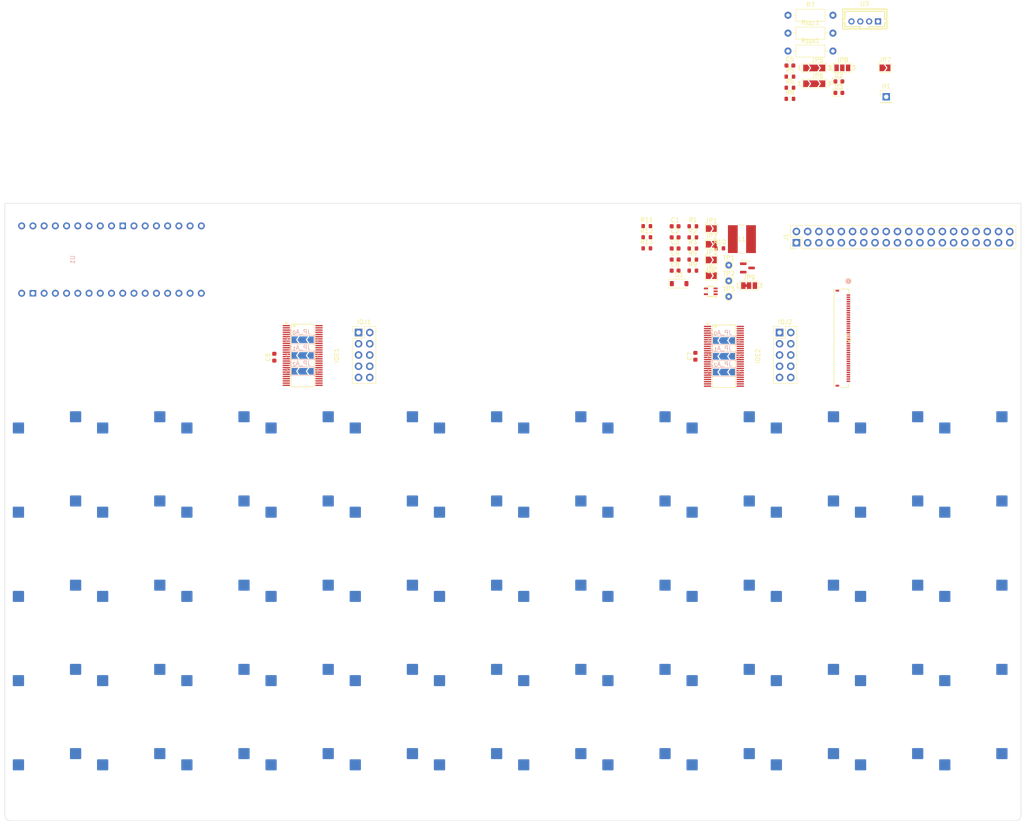
<source format=kicad_pcb>
(kicad_pcb
	(version 20241229)
	(generator "pcbnew")
	(generator_version "9.0")
	(general
		(thickness 1.6)
		(legacy_teardrops no)
	)
	(paper "A4")
	(layers
		(0 "F.Cu" signal)
		(4 "In1.Cu" signal)
		(6 "In2.Cu" signal)
		(2 "B.Cu" signal)
		(9 "F.Adhes" user "F.Adhesive")
		(11 "B.Adhes" user "B.Adhesive")
		(13 "F.Paste" user)
		(15 "B.Paste" user)
		(5 "F.SilkS" user "F.Silkscreen")
		(7 "B.SilkS" user "B.Silkscreen")
		(1 "F.Mask" user)
		(3 "B.Mask" user)
		(17 "Dwgs.User" user "User.Drawings")
		(19 "Cmts.User" user "User.Comments")
		(21 "Eco1.User" user "User.Eco1")
		(23 "Eco2.User" user "User.Eco2")
		(25 "Edge.Cuts" user)
		(27 "Margin" user)
		(31 "F.CrtYd" user "F.Courtyard")
		(29 "B.CrtYd" user "B.Courtyard")
		(35 "F.Fab" user)
		(33 "B.Fab" user)
		(39 "User.1" user)
		(41 "User.2" user)
		(43 "User.3" user)
		(45 "User.4" user)
		(47 "User.5" user)
		(49 "User.6" user)
		(51 "User.7" user)
		(53 "User.8" user)
		(55 "User.9" user)
	)
	(setup
		(stackup
			(layer "F.SilkS"
				(type "Top Silk Screen")
			)
			(layer "F.Paste"
				(type "Top Solder Paste")
			)
			(layer "F.Mask"
				(type "Top Solder Mask")
				(thickness 0.01)
			)
			(layer "F.Cu"
				(type "copper")
				(thickness 0.035)
			)
			(layer "dielectric 1"
				(type "prepreg")
				(thickness 0.1)
				(material "FR4")
				(epsilon_r 4.5)
				(loss_tangent 0.02)
			)
			(layer "In1.Cu"
				(type "copper")
				(thickness 0.035)
			)
			(layer "dielectric 2"
				(type "core")
				(thickness 1.24)
				(material "FR4")
				(epsilon_r 4.5)
				(loss_tangent 0.02)
			)
			(layer "In2.Cu"
				(type "copper")
				(thickness 0.035)
			)
			(layer "dielectric 3"
				(type "prepreg")
				(thickness 0.1)
				(material "FR4")
				(epsilon_r 4.5)
				(loss_tangent 0.02)
			)
			(layer "B.Cu"
				(type "copper")
				(thickness 0.035)
			)
			(layer "B.Mask"
				(type "Bottom Solder Mask")
				(thickness 0.01)
			)
			(layer "B.Paste"
				(type "Bottom Solder Paste")
			)
			(layer "B.SilkS"
				(type "Bottom Silk Screen")
			)
			(copper_finish "HAL lead-free")
			(dielectric_constraints no)
		)
		(pad_to_mask_clearance 0)
		(allow_soldermask_bridges_in_footprints no)
		(tenting front back)
		(pcbplotparams
			(layerselection 0x00000000_00000000_55555555_5755f5ff)
			(plot_on_all_layers_selection 0x00000000_00000000_00000000_00000000)
			(disableapertmacros no)
			(usegerberextensions no)
			(usegerberattributes yes)
			(usegerberadvancedattributes yes)
			(creategerberjobfile yes)
			(dashed_line_dash_ratio 12.000000)
			(dashed_line_gap_ratio 3.000000)
			(svgprecision 4)
			(plotframeref no)
			(mode 1)
			(useauxorigin no)
			(hpglpennumber 1)
			(hpglpenspeed 20)
			(hpglpendiameter 15.000000)
			(pdf_front_fp_property_popups yes)
			(pdf_back_fp_property_popups yes)
			(pdf_metadata yes)
			(pdf_single_document no)
			(dxfpolygonmode yes)
			(dxfimperialunits yes)
			(dxfusepcbnewfont yes)
			(psnegative no)
			(psa4output no)
			(plot_black_and_white yes)
			(sketchpadsonfab no)
			(plotpadnumbers no)
			(hidednponfab no)
			(sketchdnponfab yes)
			(crossoutdnponfab yes)
			(subtractmaskfromsilk no)
			(outputformat 1)
			(mirror no)
			(drillshape 1)
			(scaleselection 1)
			(outputdirectory "")
		)
	)
	(net 0 "")
	(net 1 "Net-(JP9-C)")
	(net 2 "/LEDA_{TFT}")
	(net 3 "/LEDK_{TFT}")
	(net 4 "+3.3V")
	(net 5 "+5V")
	(net 6 "Net-(D1-A)")
	(net 7 "Net-(D2-A)")
	(net 8 "~{RST}")
	(net 9 "/~{RST_{TFT{slash}TP}}")
	(net 10 "/CS_{SPI{slash}TFT}")
	(net 11 "/Switch Matrix Left Half/SWPIN_{4,2}")
	(net 12 "/Switch Matrix Left Half/SWPIN_{0,2}")
	(net 13 "/Switch Matrix Left Half/SWPIN_{1,7}")
	(net 14 "/Switch Matrix Left Half/SWPIN_{3,7}")
	(net 15 "/Switch Matrix Left Half/SWPIN_{4,6}")
	(net 16 "/Switch Matrix Left Half/SWPIN_{3,5}")
	(net 17 "/Switch Matrix Left Half/SWPIN_{4,0}")
	(net 18 "/Switch Matrix Left Half/SWPIN_{2,1}")
	(net 19 "/Switch Matrix Left Half/SWPIN_{0,6}")
	(net 20 "/INT_{LR}")
	(net 21 "/Switch Matrix Left Half/SWPIN_{2,0}")
	(net 22 "/Switch Matrix Left Half/SWPIN_{1,2}")
	(net 23 "/Switch Matrix Left Half/SWPIN_{0,7}")
	(net 24 "/Switch Matrix Left Half/SWPIN_{0,4}")
	(net 25 "/Switch Matrix Left Half/SWPIN_{1,5}")
	(net 26 "/Switch Matrix Left Half/SWPIN_{2,2}")
	(net 27 "/Switch Matrix Left Half/SWPIN_{3,3}")
	(net 28 "/Switch Matrix Left Half/SWPIN_{4,3}")
	(net 29 "Net-(IOE1-A2)")
	(net 30 "/Switch Matrix Left Half/SWPIN_{2,6}")
	(net 31 "/Switch Matrix Left Half/SWPIN_{3,0}")
	(net 32 "/Switch Matrix Left Half/SWPIN_{4,7}")
	(net 33 "/Switch Matrix Left Half/SWPIN_{1,0}")
	(net 34 "Net-(IOE1-A0)")
	(net 35 "/Switch Matrix Left Half/SWPIN_{1,3}")
	(net 36 "/Switch Matrix Left Half/SWPIN_{1,4}")
	(net 37 "/Switch Matrix Left Half/SWPIN_{2,4}")
	(net 38 "/Switch Matrix Left Half/SWPIN_{2,5}")
	(net 39 "Net-(IOE1-A1)")
	(net 40 "/Switch Matrix Left Half/SWPIN_{3,1}")
	(net 41 "SCL")
	(net 42 "/Switch Matrix Left Half/SWPIN_{4,4}")
	(net 43 "/Switch Matrix Left Half/SWPIN_{0,0}")
	(net 44 "/Switch Matrix Left Half/SWPIN_{4,5}")
	(net 45 "/Switch Matrix Left Half/SWPIN_{3,6}")
	(net 46 "/Switch Matrix Left Half/SWPIN_{4,1}")
	(net 47 "/Switch Matrix Left Half/SWPIN_{1,1}")
	(net 48 "/Switch Matrix Left Half/SWPIN_{3,4}")
	(net 49 "/Switch Matrix Left Half/SWPIN_{0,3}")
	(net 50 "/Switch Matrix Left Half/SWPIN_{1,6}")
	(net 51 "/Switch Matrix Left Half/SWPIN_{2,7}")
	(net 52 "/Switch Matrix Left Half/SWPIN_{3,2}")
	(net 53 "SDA")
	(net 54 "/Switch Matrix Left Half/SWPIN_{2,3}")
	(net 55 "/Switch Matrix Left Half/SWPIN_{0,5}")
	(net 56 "/Switch Matrix Left Half/SWPIN_{0,1}")
	(net 57 "/Switch Matrix Right Half/SWPIN_{1,6}")
	(net 58 "/Switch Matrix Right Half/SWPIN_{4,4}")
	(net 59 "/Switch Matrix Right Half/SWPIN_{3,4}")
	(net 60 "Net-(IOE2-A0)")
	(net 61 "/Switch Matrix Right Half/SWPIN_{1,0}")
	(net 62 "/Switch Matrix Right Half/SWPIN_{2,3}")
	(net 63 "/Switch Matrix Right Half/SWPIN_{3,6}")
	(net 64 "Net-(IOE2-A1)")
	(net 65 "/Switch Matrix Right Half/SWPIN_{3,0}")
	(net 66 "/Switch Matrix Right Half/SWPIN_{0,2}")
	(net 67 "/Switch Matrix Right Half/SWPIN_{3,2}")
	(net 68 "/Switch Matrix Right Half/SWPIN_{1,3}")
	(net 69 "/Switch Matrix Right Half/SWPIN_{4,6}")
	(net 70 "/Switch Matrix Right Half/SWPIN_{2,4}")
	(net 71 "/Switch Matrix Right Half/SWPIN_{2,6}")
	(net 72 "/Switch Matrix Right Half/SWPIN_{1,4}")
	(net 73 "/Switch Matrix Right Half/SWPIN_{3,7}")
	(net 74 "/Switch Matrix Right Half/SWPIN_{3,5}")
	(net 75 "/Switch Matrix Right Half/SWPIN_{2,5}")
	(net 76 "/Switch Matrix Right Half/SWPIN_{4,5}")
	(net 77 "/Switch Matrix Right Half/SWPIN_{2,0}")
	(net 78 "unconnected-(U1-VBAT-Pad1)")
	(net 79 "/Switch Matrix Right Half/SWPIN_{4,0}")
	(net 80 "GND")
	(net 81 "/Switch Matrix Right Half/SWPIN_{1,2}")
	(net 82 "/Switch Matrix Right Half/SWPIN_{0,3}")
	(net 83 "/Switch Matrix Right Half/SWPIN_{0,7}")
	(net 84 "Net-(IOE2-A2)")
	(net 85 "/Switch Matrix Right Half/SWPIN_{2,2}")
	(net 86 "/Switch Matrix Right Half/SWPIN_{0,1}")
	(net 87 "/Switch Matrix Right Half/SWPIN_{0,4}")
	(net 88 "/Switch Matrix Right Half/SWPIN_{4,7}")
	(net 89 "/Switch Matrix Right Half/SWPIN_{0,0}")
	(net 90 "/Switch Matrix Right Half/SWPIN_{4,3}")
	(net 91 "/Switch Matrix Right Half/SWPIN_{2,7}")
	(net 92 "/Switch Matrix Right Half/SWPIN_{1,1}")
	(net 93 "/Switch Matrix Right Half/SWPIN_{0,5}")
	(net 94 "/Switch Matrix Right Half/SWPIN_{4,2}")
	(net 95 "/Switch Matrix Right Half/SWPIN_{0,6}")
	(net 96 "/Switch Matrix Right Half/SWPIN_{3,1}")
	(net 97 "/G5")
	(net 98 "/Switch Matrix Right Half/SWPIN_{2,1}")
	(net 99 "/Switch Matrix Right Half/SWPIN_{1,7}")
	(net 100 "/Switch Matrix Right Half/SWPIN_{4,1}")
	(net 101 "/Switch Matrix Right Half/SWPIN_{1,5}")
	(net 102 "/R1")
	(net 103 "/R5")
	(net 104 "/B1")
	(net 105 "/G2")
	(net 106 "/Switch Matrix Right Half/SWPIN_{3,3}")
	(net 107 "/SCK_{SPI}")
	(net 108 "/HSYNC_{TFT}")
	(net 109 "/B4")
	(net 110 "/G4")
	(net 111 "/MOSI_{SPI}")
	(net 112 "/IM0")
	(net 113 "+3.3V_{LDO2}")
	(net 114 "/G3")
	(net 115 "/DE_{TFT}")
	(net 116 "/IM1")
	(net 117 "/G1")
	(net 118 "/B2")
	(net 119 "/G0")
	(net 120 "/INT_{TP}")
	(net 121 "/R3")
	(net 122 "Net-(J1-Pin_12)")
	(net 123 "/R2")
	(net 124 "/VSYNC_{TFT}")
	(net 125 "Net-(JP1-A)")
	(net 126 "/B5")
	(net 127 "Net-(JP2-A)")
	(net 128 "/R4")
	(net 129 "Net-(JP3-A)")
	(net 130 "Net-(JP4-A)")
	(net 131 "/B3")
	(net 132 "Net-(JP7-B)")
	(net 133 "/INT_{TP}{slash}~{RST_{TFT{slash}TP}}")
	(net 134 "Net-(JP9-A)")
	(net 135 "Net-(Q1-G)")
	(net 136 "/PCLK_{TFT}")
	(net 137 "/BGPWM_{TFT}")
	(net 138 "Net-(R10-Pad1)")
	(net 139 "Net-(R11-Pad2)")
	(net 140 "Net-(R13-Pad2)")
	(net 141 "Net-(R11-Pad1)")
	(footprint "easyeda2kicad:TSSOP-56_L14.0-W6.1-P0.50-LS8.1-BL" (layer "F.Cu") (at 188.07 56.17 -90))
	(footprint "easyeda2kicad:TSSOP-56_L14.0-W6.1-P0.50-LS8.1-BL" (layer "F.Cu") (at 92.77 55.99 -90))
	(footprint "Resistor_SMD:R_0603_1608Metric" (layer "F.Cu") (at 170.625 31.75))
	(footprint "Project_Library:CONN_F3311A7H121040E200_AMP" (layer "F.Cu") (at 214.63 52.07 -90))
	(footprint "easyeda2kicad:CONN-TH_B4B-PH-K-LF-SN" (layer "F.Cu") (at 219.925 -19.58))
	(footprint "Capacitor_SMD:C_0603_1608Metric" (layer "F.Cu") (at 177.025 26.76))
	(footprint "Resistor_SMD:R_0603_1608Metric" (layer "F.Cu") (at 181.035 34.29))
	(footprint "TestPoint:TestPoint_THTPad_D1.5mm_Drill0.7mm" (layer "F.Cu") (at 189.165 35.56))
	(footprint "Resistor_THT:R_Axial_DIN0207_L6.3mm_D2.5mm_P10.16mm_Horizontal" (layer "F.Cu") (at 202.565 -20.98))
	(footprint "Resistor_SMD:R_0603_1608Metric" (layer "F.Cu") (at 202.995 -4.58))
	(footprint "Connector_PinHeader_2.54mm:PinHeader_2x05_P2.54mm_Vertical" (layer "F.Cu") (at 105.41 50.8))
	(footprint "Project_Library:IND_BOURNS_SRR5028" (layer "F.Cu") (at 192.14 29.665))
	(footprint "Diode_SMD:D_SOD-123" (layer "F.Cu") (at 177.94 39.73))
	(footprint "Resistor_SMD:R_0603_1608Metric" (layer "F.Cu") (at 170.625 26.73))
	(footprint "Resistor_SMD:R_0603_1608Metric" (layer "F.Cu") (at 181.035 26.76))
	(footprint "Connector_PinHeader_2.54mm:PinHeader_1x01_P2.54mm_Vertical" (layer "F.Cu") (at 224.79 -2.54))
	(footprint "Resistor_SMD:R_0603_1608Metric" (layer "F.Cu") (at 202.995 -2.07))
	(footprint "Jumper:SolderJumper-2_P1.3mm_Open_TrianglePad1.0x1.5mm" (layer "F.Cu") (at 185.215 27.28))
	(footprint "Jumper:SolderJumper-2_P1.3mm_Open_TrianglePad1.0x1.5mm" (layer "F.Cu") (at 185.215 30.83))
	(footprint "Capacitor_SMD:C_0603_1608Metric" (layer "F.Cu") (at 181.61 56.17 90))
	(footprint "Resistor_THT:R_Axial_DIN0207_L6.3mm_D2.5mm_P10.16mm_Horizontal" (layer "F.Cu") (at 202.565 -16.93))
	(footprint "PCM_JLCPCB:Q_SOT-23" (layer "F.Cu") (at 193.385 36.185))
	(footprint "Jumper:SolderJumper-3_P1.3mm_Open_Pad1.0x1.5mm_NumberLabels" (layer "F.Cu") (at 214.855 -9.08))
	(footprint "Jumper:SolderJumper-2_P1.3mm_Open_TrianglePad1.0x1.5mm" (layer "F.Cu") (at 185.215 34.38))
	(footprint "Resistor_SMD:R_0603_1608Metric" (layer "F.Cu") (at 181.035 31.78))
	(footprint "Jumper:SolderJumper-2_P1.3mm_Open_TrianglePad1.0x1.5mm" (layer "F.Cu") (at 185.215 37.93))
	(footprint "Diode_SMD:D_0603_1608Metric" (layer "F.Cu") (at 214.075 -6.01))
	(footprint "Resistor_SMD:R_0603_1608Metric" (layer "F.Cu") (at 181.035 29.27))
	(footprint "Capacitor_SMD:C_0603_1608Metric" (layer "F.Cu") (at 177.025 36.8))
	(footprint "Resistor_SMD:R_0603_1608Metric" (layer "F.Cu") (at 187.135 31.75))
	(footprint "Capacitor_SMD:C_0603_1608Metric" (layer "F.Cu") (at 177.025 34.29))
	(footprint "Resistor_SMD:R_0603_1608Metric" (layer "F.Cu") (at 170.625 29.24))
	(footprint "Project_Library:SolderJumper-3_P2.0mm_Open_TrianglePad1.0x1.5mm_LTR" (layer "F.Cu") (at 208.505 -9.06))
	(footprint "Jumper:SolderJumper-2_P1.3mm_Open_TrianglePad1.0x1.5mm" (layer "F.Cu") (at 224.505 -9.08))
	(footprint "Resistor_SMD:R_0603_1608Metric"
		(layer "F.Cu")
		(uuid "c0c715f5-29c4-41ba-98a4-ac69d2300a36")
		(at 181.035 36.8)
		(descr "Resistor SMD 0603 (1608 Metric), square (rectangular) end terminal, IPC-7351 nominal, (Body size source: IPC-SM-782 page 72, https://www.pcb-3d.com/wordpress/wp-content/uploads/ipc-sm-782a_amendment_1_and_2.pdf), generated with kicad-footprint-generator")
		(tags "resistor")
		(property "Reference" "R9"
			(at 0 -1.43 0)
			(layer "F.SilkS")
			(uuid "28c56db2-cfe3-4139-bc64-362c2e348043")
			(effects
				(font
					(size 1 1)
					(thickness 0.15)
				)
			)
		)
		(property "Value" "100 Ohm"
			(at 0 1.43 0)
			(layer "F.Fab")
			(uuid "756663ad-4d2e-47c9-9af2-78c89caddb3f")
			(effects
				(font
					(size 1 1)
					(thickness 0.15)
				)
			)
		)
		(property "Datasheet" "~"
			(at 0 0 0)
			(layer "F.Fab")
			(hide yes)
			(uuid "1267baad-1f68-464c-8b07-94e1779e971b")
			(effects
				(font
					(size 1.27 1.27)
					(thickness 0.15)
				)
			)
		)
		(property "Description" "Resistor, small symbol"
			(at 0 0 0)
			(layer "F.Fab")
			(hide yes)
			(uuid "56dd2074-5180-4a7e-b6ac-3381fc829178")
			(effects
				(font
					(size 1.27 1.27)
					(thickness 0.15)
				)
			)
		)
		(property ki_fp_filters "R_*")
		(path "/628f2de5-a5de-421c-af90-8153f9f7644b/1b0de3ee-6f3c-47fb-a857-1c37b82e0f96")
		(sheetname "/Backlight Boost Converter/")
		(sheetfile "backlight_boost_converter.kicad_sch")
		(attr smd)
		(fp_line
			(start -0.237258 -0.5225)
			(end 0.237258 -0.5225)
			(stroke
				(width 0.12)
				(type solid)
			)
			(layer "F.SilkS")
			(uuid "a2f94645-fe87-4630-9139-c89c979f444b")
		)
		(fp_line
			(start -0.237258 0.5225)
			(end 0.237258 0.5225)
			(stroke
				(width 0.12)
				(type solid)
			)
			(layer "F.SilkS")
			(uuid "40a179f8-17c8-443b-9d23-802ff6c403d8")
		)
		(fp_line
			(start -1.48 -0.73)
			(end 1.48 -0.73)
			(stroke
				(width 0.05)
				(type solid)
			)
			(layer "F.CrtYd")
			(uuid "3e826124-3a7a-48f6-a6bf-b4ea1c4925d0")
		)
		(fp_line
			(start -1.48 0.73)
			(end -1.48 -0.73)
			(stroke
				(width 0.05)
				(type solid)
			)
			(layer "F.CrtYd")
			(uuid "d80260a5-c07e-474e-8f07-a32b8dd6f6ae")
		)
		(fp_line
			(start 1.48 -0.73)
			(end 1.48 0.73)
			(stroke
				(width 0.05)
				(type solid)
			)
			(layer "F.CrtYd")
			(uuid "e08462cf-c5dc-4ed8-bc2a-e2cffec0d528")
		)
		(fp_line
			(start 1.48 0.73)
			(end -1.48 0.73)
			(stroke
				(width 0.05)
				(type solid)
			)
			(layer "F.CrtYd")
			(uuid "53c21526-8ef2-4d0e-9b97-f7c78dd1533a")
		)
		(fp_line
			(start -0.8 -0.4125)
			(end 0.8 -0.4125)
			(stroke
				(width 0.1)
				(type solid)
			)
			(layer "F.Fab")
			(uuid "6f82ce21-2b8f-435e-ba80-d45c9282baf5")
		)
		(fp_line
			(start -0.8 0.4125)
			(end -0.8 -0.4125)
			(stroke
				(width 0.1)
				(type solid)
			)
			(layer "F.Fab"
... [567876 chars truncated]
</source>
